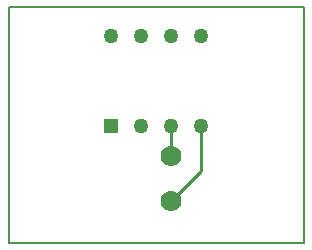
<source format=gbr>
G04 PROTEUS GERBER X2 FILE*
%TF.GenerationSoftware,Labcenter,Proteus,8.6-SP2-Build23525*%
%TF.CreationDate,2019-01-24T07:34:18+00:00*%
%TF.FileFunction,Copper,L2,Bot*%
%TF.FilePolarity,Positive*%
%TF.Part,Single*%
%FSLAX45Y45*%
%MOMM*%
G01*
%TA.AperFunction,Conductor*%
%ADD10C,0.254000*%
%TA.AperFunction,ComponentPad*%
%ADD11R,1.270000X1.270000*%
%ADD12C,1.270000*%
%TA.AperFunction,ComponentPad*%
%ADD13C,1.778000*%
%TA.AperFunction,Profile*%
%ADD15C,0.203200*%
%TD.AperFunction*%
D10*
X+127000Y-508000D02*
X+127000Y-762000D01*
X+381000Y-508000D02*
X+381000Y-889000D01*
X+127000Y-1143000D01*
D11*
X-381000Y-508000D03*
D12*
X-127000Y-508000D03*
X+127000Y-508000D03*
X+381000Y-508000D03*
X+381000Y+254000D03*
X+127000Y+254000D03*
X-127000Y+254000D03*
X-381000Y+254000D03*
D13*
X+127000Y-762000D03*
X+127000Y-1143000D03*
D15*
X-1250000Y-1500000D02*
X+1250000Y-1500000D01*
X+1250000Y+500000D01*
X-1250000Y+500000D01*
X-1250000Y-1500000D01*
M02*

</source>
